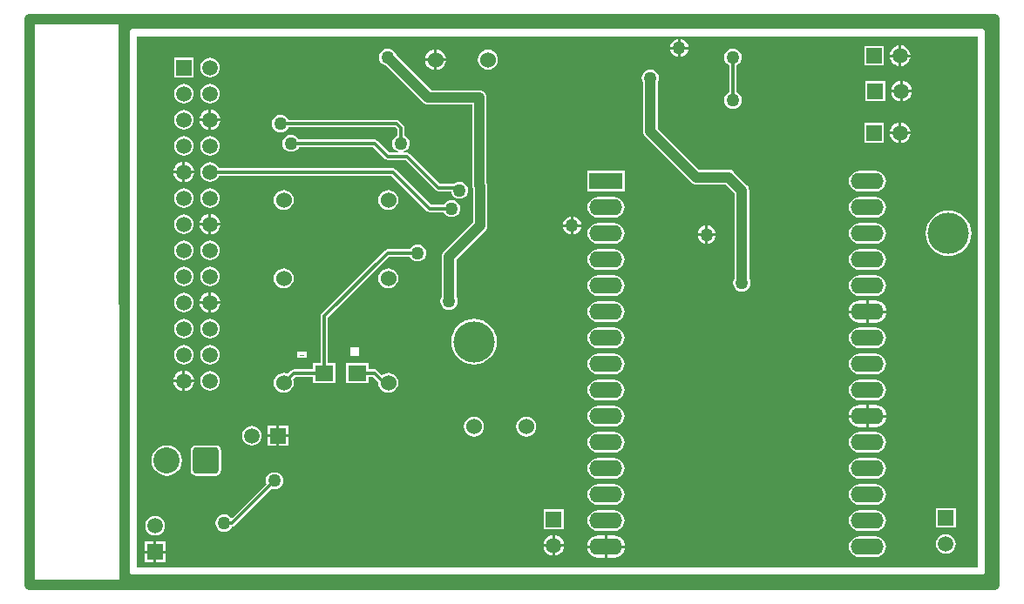
<source format=gbl>
%FSLAX25Y25*%
%MOIN*%
G70*
G01*
G75*
G04 Layer_Physical_Order=2*
G04 Layer_Color=16711680*
%ADD10O,0.05906X0.01772*%
%ADD11O,0.08661X0.02362*%
%ADD12R,0.07874X0.05118*%
%ADD13R,0.07874X0.07874*%
%ADD14R,0.06000X0.07000*%
%ADD15R,0.07087X0.06299*%
%ADD16R,0.06299X0.07087*%
%ADD17R,0.07000X0.06000*%
%ADD18C,0.03937*%
%ADD19C,0.01181*%
%ADD20C,0.00394*%
%ADD21C,0.01000*%
%ADD22C,0.06000*%
G04:AMPARAMS|DCode=23|XSize=100mil|YSize=100mil|CornerRadius=12.5mil|HoleSize=0mil|Usage=FLASHONLY|Rotation=90.000|XOffset=0mil|YOffset=0mil|HoleType=Round|Shape=RoundedRectangle|*
%AMROUNDEDRECTD23*
21,1,0.10000,0.07500,0,0,90.0*
21,1,0.07500,0.10000,0,0,90.0*
1,1,0.02500,0.03750,0.03750*
1,1,0.02500,0.03750,-0.03750*
1,1,0.02500,-0.03750,-0.03750*
1,1,0.02500,-0.03750,0.03750*
%
%ADD23ROUNDEDRECTD23*%
%ADD24C,0.10000*%
%ADD25C,0.05906*%
%ADD26R,0.05906X0.05906*%
%ADD27O,0.12598X0.06299*%
%ADD28R,0.12598X0.06299*%
%ADD29C,0.15748*%
%ADD30R,0.05906X0.05906*%
%ADD31C,0.05000*%
G36*
X534000Y300500D02*
X534038Y300462D01*
X533847Y300000D01*
X200000D01*
X199500Y516500D01*
X200000Y517000D01*
X534000D01*
Y300500D01*
D02*
G37*
%LPC*%
G36*
X529528Y512822D02*
X205118D01*
X204580Y512715D01*
X204125Y512411D01*
X203820Y511955D01*
X203713Y511417D01*
Y305118D01*
X203820Y304580D01*
X204125Y304125D01*
X204580Y303820D01*
X205118Y303713D01*
X529528D01*
X530065Y303820D01*
X530521Y304125D01*
X530826Y304580D01*
X530933Y305118D01*
X530933Y305118D01*
X530933Y305118D01*
Y305118D01*
Y511417D01*
X530826Y511955D01*
X530521Y512411D01*
X530065Y512715D01*
X529528Y512822D01*
D02*
G37*
%LPD*%
G36*
X528123Y306523D02*
X206523D01*
Y510012D01*
X528123D01*
Y306523D01*
D02*
G37*
%LPC*%
G36*
X225000Y381921D02*
Y378500D01*
X228421D01*
X228351Y379032D01*
X227953Y379993D01*
X227319Y380819D01*
X226493Y381453D01*
X225532Y381851D01*
X225000Y381921D01*
D02*
G37*
G36*
X389150Y388471D02*
X382850D01*
X381823Y388336D01*
X380865Y387939D01*
X380043Y387308D01*
X379411Y386486D01*
X379015Y385528D01*
X378879Y384500D01*
X379015Y383472D01*
X379411Y382515D01*
X380043Y381692D01*
X380865Y381061D01*
X381823Y380664D01*
X382850Y380529D01*
X389150D01*
X390177Y380664D01*
X391135Y381061D01*
X391957Y381692D01*
X392589Y382515D01*
X392985Y383472D01*
X393121Y384500D01*
X392985Y385528D01*
X392589Y386486D01*
X391957Y387308D01*
X391135Y387939D01*
X390177Y388336D01*
X389150Y388471D01*
D02*
G37*
G36*
X234500Y381772D02*
X233524Y381644D01*
X232614Y381267D01*
X231833Y380667D01*
X231233Y379886D01*
X230856Y378976D01*
X230728Y378000D01*
X230856Y377024D01*
X231233Y376114D01*
X231833Y375332D01*
X232614Y374733D01*
X233524Y374356D01*
X234500Y374228D01*
X235476Y374356D01*
X236386Y374733D01*
X237168Y375332D01*
X237767Y376114D01*
X238144Y377024D01*
X238272Y378000D01*
X238144Y378976D01*
X237767Y379886D01*
X237168Y380667D01*
X236386Y381267D01*
X235476Y381644D01*
X234500Y381772D01*
D02*
G37*
G36*
X224000Y381921D02*
X223468Y381851D01*
X222507Y381453D01*
X221681Y380819D01*
X221047Y379993D01*
X220649Y379032D01*
X220579Y378500D01*
X224000D01*
Y381921D01*
D02*
G37*
G36*
X489150Y388471D02*
X482850D01*
X481823Y388336D01*
X480865Y387939D01*
X480043Y387308D01*
X479411Y386486D01*
X479015Y385528D01*
X478879Y384500D01*
X479015Y383472D01*
X479411Y382515D01*
X480043Y381692D01*
X480865Y381061D01*
X481823Y380664D01*
X482850Y380529D01*
X489150D01*
X490177Y380664D01*
X491135Y381061D01*
X491958Y381692D01*
X492589Y382515D01*
X492985Y383472D01*
X493121Y384500D01*
X492985Y385528D01*
X492589Y386486D01*
X491958Y387308D01*
X491135Y387939D01*
X490177Y388336D01*
X489150Y388471D01*
D02*
G37*
G36*
X335500Y401703D02*
X333802Y401536D01*
X332169Y401041D01*
X330665Y400237D01*
X329346Y399154D01*
X328263Y397835D01*
X327459Y396331D01*
X326964Y394698D01*
X326797Y393000D01*
X326964Y391302D01*
X327459Y389669D01*
X328263Y388165D01*
X329346Y386846D01*
X330665Y385764D01*
X332169Y384959D01*
X333802Y384464D01*
X335500Y384297D01*
X337198Y384464D01*
X338831Y384959D01*
X340335Y385764D01*
X341654Y386846D01*
X342737Y388165D01*
X343541Y389669D01*
X344036Y391302D01*
X344203Y393000D01*
X344036Y394698D01*
X343541Y396331D01*
X342737Y397835D01*
X341654Y399154D01*
X340335Y400237D01*
X338831Y401041D01*
X337198Y401536D01*
X335500Y401703D01*
D02*
G37*
G36*
X271493Y389165D02*
X267819D01*
Y386803D01*
X271493D01*
Y389165D01*
D02*
G37*
G36*
X224500Y391772D02*
X223524Y391644D01*
X222614Y391267D01*
X221832Y390668D01*
X221233Y389886D01*
X220856Y388976D01*
X220728Y388000D01*
X220856Y387024D01*
X221233Y386114D01*
X221832Y385332D01*
X222614Y384733D01*
X223524Y384356D01*
X224500Y384228D01*
X225476Y384356D01*
X226386Y384733D01*
X227168Y385332D01*
X227767Y386114D01*
X228144Y387024D01*
X228272Y388000D01*
X228144Y388976D01*
X227767Y389886D01*
X227168Y390668D01*
X226386Y391267D01*
X225476Y391644D01*
X224500Y391772D01*
D02*
G37*
G36*
X234500D02*
X233524Y391644D01*
X232614Y391267D01*
X231833Y390668D01*
X231233Y389886D01*
X230856Y388976D01*
X230728Y388000D01*
X230856Y387024D01*
X231233Y386114D01*
X231833Y385332D01*
X232614Y384733D01*
X233524Y384356D01*
X234500Y384228D01*
X235476Y384356D01*
X236386Y384733D01*
X237168Y385332D01*
X237767Y386114D01*
X238144Y387024D01*
X238272Y388000D01*
X238144Y388976D01*
X237767Y389886D01*
X237168Y390668D01*
X236386Y391267D01*
X235476Y391644D01*
X234500Y391772D01*
D02*
G37*
G36*
X485500Y368685D02*
X482850D01*
X481767Y368543D01*
X480758Y368125D01*
X479891Y367460D01*
X479226Y366593D01*
X478808Y365583D01*
X478731Y365000D01*
X485500D01*
Y368685D01*
D02*
G37*
G36*
X489150D02*
X486500D01*
Y365000D01*
X493269D01*
X493192Y365583D01*
X492774Y366593D01*
X492109Y367460D01*
X491242Y368125D01*
X490233Y368543D01*
X489150Y368685D01*
D02*
G37*
G36*
X493269Y364000D02*
X486500D01*
Y360315D01*
X489150D01*
X490233Y360457D01*
X491242Y360875D01*
X492109Y361541D01*
X492774Y362407D01*
X493192Y363417D01*
X493269Y364000D01*
D02*
G37*
G36*
X389150Y368471D02*
X382850D01*
X381823Y368336D01*
X380865Y367939D01*
X380043Y367308D01*
X379411Y366486D01*
X379015Y365528D01*
X378879Y364500D01*
X379015Y363472D01*
X379411Y362514D01*
X380043Y361692D01*
X380865Y361061D01*
X381823Y360664D01*
X382850Y360529D01*
X389150D01*
X390177Y360664D01*
X391135Y361061D01*
X391957Y361692D01*
X392589Y362514D01*
X392985Y363472D01*
X393121Y364500D01*
X392985Y365528D01*
X392589Y366486D01*
X391957Y367308D01*
X391135Y367939D01*
X390177Y368336D01*
X389150Y368471D01*
D02*
G37*
G36*
Y378471D02*
X382850D01*
X381823Y378336D01*
X380865Y377939D01*
X380043Y377308D01*
X379411Y376485D01*
X379015Y375528D01*
X378879Y374500D01*
X379015Y373472D01*
X379411Y372515D01*
X380043Y371692D01*
X380865Y371061D01*
X381823Y370664D01*
X382850Y370529D01*
X389150D01*
X390177Y370664D01*
X391135Y371061D01*
X391957Y371692D01*
X392589Y372515D01*
X392985Y373472D01*
X393121Y374500D01*
X392985Y375528D01*
X392589Y376485D01*
X391957Y377308D01*
X391135Y377939D01*
X390177Y378336D01*
X389150Y378471D01*
D02*
G37*
G36*
X224000Y377500D02*
X220579D01*
X220649Y376968D01*
X221047Y376007D01*
X221681Y375181D01*
X222507Y374547D01*
X223468Y374149D01*
X224000Y374079D01*
Y377500D01*
D02*
G37*
G36*
X228421D02*
X225000D01*
Y374079D01*
X225532Y374149D01*
X226493Y374547D01*
X227319Y375181D01*
X227953Y376007D01*
X228351Y376968D01*
X228421Y377500D01*
D02*
G37*
G36*
X489150Y378471D02*
X482850D01*
X481823Y378336D01*
X480865Y377939D01*
X480043Y377308D01*
X479411Y376485D01*
X479015Y375528D01*
X478879Y374500D01*
X479015Y373472D01*
X479411Y372515D01*
X480043Y371692D01*
X480865Y371061D01*
X481823Y370664D01*
X482850Y370529D01*
X489150D01*
X490177Y370664D01*
X491135Y371061D01*
X491958Y371692D01*
X492589Y372515D01*
X492985Y373472D01*
X493121Y374500D01*
X492985Y375528D01*
X492589Y376485D01*
X491958Y377308D01*
X491135Y377939D01*
X490177Y378336D01*
X489150Y378471D01*
D02*
G37*
G36*
X295087Y384787D02*
X286513D01*
Y377213D01*
X295087D01*
Y379595D01*
X296918D01*
X298931Y377582D01*
X298892Y377291D01*
X299023Y376303D01*
X299404Y375381D01*
X300011Y374590D01*
X300803Y373983D01*
X301724Y373601D01*
X302713Y373471D01*
X303701Y373601D01*
X304623Y373983D01*
X305414Y374590D01*
X306021Y375381D01*
X306402Y376303D01*
X306533Y377291D01*
X306402Y378280D01*
X306021Y379201D01*
X305414Y379993D01*
X304623Y380600D01*
X303701Y380981D01*
X302713Y381111D01*
X301724Y380981D01*
X300803Y380600D01*
X300285Y380202D01*
X298493Y381993D01*
X298038Y382298D01*
X297500Y382405D01*
X295087D01*
Y384787D01*
D02*
G37*
G36*
X485500Y408685D02*
X482850D01*
X481767Y408543D01*
X480758Y408125D01*
X479891Y407459D01*
X479226Y406593D01*
X478808Y405583D01*
X478731Y405000D01*
X485500D01*
Y408685D01*
D02*
G37*
G36*
X489150D02*
X486500D01*
Y405000D01*
X493269D01*
X493192Y405583D01*
X492774Y406593D01*
X492109Y407459D01*
X491242Y408125D01*
X490233Y408543D01*
X489150Y408685D01*
D02*
G37*
G36*
X238421Y407500D02*
X235000D01*
Y404079D01*
X235532Y404149D01*
X236493Y404547D01*
X237319Y405181D01*
X237953Y406007D01*
X238351Y406968D01*
X238421Y407500D01*
D02*
G37*
G36*
X224500Y411772D02*
X223524Y411644D01*
X222614Y411267D01*
X221832Y410668D01*
X221233Y409886D01*
X220856Y408976D01*
X220728Y408000D01*
X220856Y407024D01*
X221233Y406114D01*
X221832Y405333D01*
X222614Y404733D01*
X223524Y404356D01*
X224500Y404228D01*
X225476Y404356D01*
X226386Y404733D01*
X227168Y405333D01*
X227767Y406114D01*
X228144Y407024D01*
X228272Y408000D01*
X228144Y408976D01*
X227767Y409886D01*
X227168Y410668D01*
X226386Y411267D01*
X225476Y411644D01*
X224500Y411772D01*
D02*
G37*
G36*
X302500Y505316D02*
X301642Y505203D01*
X300842Y504872D01*
X300155Y504345D01*
X299628Y503658D01*
X299297Y502858D01*
X299184Y502000D01*
X299297Y501142D01*
X299628Y500342D01*
X300155Y499655D01*
X300842Y499128D01*
X301642Y498797D01*
X301791Y498777D01*
X316035Y484535D01*
X316035Y484535D01*
X316035D01*
X316035Y484535D01*
X316035D01*
X316035Y484535D01*
Y484535D01*
Y484535D01*
D01*
D01*
X316035D01*
Y484535D01*
X316610Y484093D01*
X317281Y483815D01*
X318000Y483720D01*
X334720D01*
Y452984D01*
X334815Y452265D01*
X335093Y451594D01*
X335098Y451587D01*
Y438529D01*
X324035Y427465D01*
X323593Y426890D01*
X323315Y426219D01*
X323220Y425500D01*
Y410278D01*
X323129Y410158D01*
X322797Y409358D01*
X322684Y408500D01*
X322797Y407642D01*
X323129Y406842D01*
X323655Y406155D01*
X324342Y405628D01*
X325142Y405297D01*
X326000Y405184D01*
X326858Y405297D01*
X327658Y405628D01*
X328345Y406155D01*
X328871Y406842D01*
X329203Y407642D01*
X329316Y408500D01*
X329203Y409358D01*
X328871Y410158D01*
X328780Y410278D01*
Y424349D01*
X339844Y435412D01*
X340285Y435988D01*
X340563Y436658D01*
X340658Y437378D01*
X340658Y437378D01*
X340658Y437378D01*
Y437378D01*
Y452606D01*
X340563Y453326D01*
X340285Y453996D01*
X340280Y454003D01*
Y486500D01*
X340185Y487219D01*
X339907Y487890D01*
X339465Y488465D01*
X338890Y488907D01*
X338219Y489185D01*
X337500Y489280D01*
X319151D01*
X305722Y502709D01*
X305703Y502858D01*
X305371Y503658D01*
X304845Y504345D01*
X304158Y504872D01*
X303358Y505203D01*
X302500Y505316D01*
D02*
G37*
G36*
X389150Y418471D02*
X382850D01*
X381823Y418336D01*
X380865Y417939D01*
X380043Y417308D01*
X379411Y416486D01*
X379015Y415528D01*
X378879Y414500D01*
X379015Y413472D01*
X379411Y412514D01*
X380043Y411692D01*
X380865Y411061D01*
X381823Y410664D01*
X382850Y410529D01*
X389150D01*
X390177Y410664D01*
X391135Y411061D01*
X391957Y411692D01*
X392589Y412514D01*
X392985Y413472D01*
X393121Y414500D01*
X392985Y415528D01*
X392589Y416486D01*
X391957Y417308D01*
X391135Y417939D01*
X390177Y418336D01*
X389150Y418471D01*
D02*
G37*
G36*
X489150D02*
X482850D01*
X481823Y418336D01*
X480865Y417939D01*
X480043Y417308D01*
X479411Y416486D01*
X479015Y415528D01*
X478879Y414500D01*
X479015Y413472D01*
X479411Y412514D01*
X480043Y411692D01*
X480865Y411061D01*
X481823Y410664D01*
X482850Y410529D01*
X489150D01*
X490177Y410664D01*
X491135Y411061D01*
X491958Y411692D01*
X492589Y412514D01*
X492985Y413472D01*
X493121Y414500D01*
X492985Y415528D01*
X492589Y416486D01*
X491958Y417308D01*
X491135Y417939D01*
X490177Y418336D01*
X489150Y418471D01*
D02*
G37*
G36*
X234000Y411921D02*
X233468Y411851D01*
X232507Y411453D01*
X231681Y410819D01*
X231047Y409993D01*
X230649Y409032D01*
X230579Y408500D01*
X234000D01*
Y411921D01*
D02*
G37*
G36*
X235000D02*
Y408500D01*
X238421D01*
X238351Y409032D01*
X237953Y409993D01*
X237319Y410819D01*
X236493Y411453D01*
X235532Y411851D01*
X235000Y411921D01*
D02*
G37*
G36*
X489150Y398471D02*
X482850D01*
X481823Y398336D01*
X480865Y397939D01*
X480043Y397308D01*
X479411Y396485D01*
X479015Y395528D01*
X478879Y394500D01*
X479015Y393472D01*
X479411Y392514D01*
X480043Y391692D01*
X480865Y391061D01*
X481823Y390664D01*
X482850Y390529D01*
X489150D01*
X490177Y390664D01*
X491135Y391061D01*
X491958Y391692D01*
X492589Y392514D01*
X492985Y393472D01*
X493121Y394500D01*
X492985Y395528D01*
X492589Y396485D01*
X491958Y397308D01*
X491135Y397939D01*
X490177Y398336D01*
X489150Y398471D01*
D02*
G37*
G36*
X224500Y401772D02*
X223524Y401644D01*
X222614Y401267D01*
X221832Y400667D01*
X221233Y399886D01*
X220856Y398976D01*
X220728Y398000D01*
X220856Y397024D01*
X221233Y396114D01*
X221832Y395333D01*
X222614Y394733D01*
X223524Y394356D01*
X224500Y394228D01*
X225476Y394356D01*
X226386Y394733D01*
X227168Y395333D01*
X227767Y396114D01*
X228144Y397024D01*
X228272Y398000D01*
X228144Y398976D01*
X227767Y399886D01*
X227168Y400667D01*
X226386Y401267D01*
X225476Y401644D01*
X224500Y401772D01*
D02*
G37*
G36*
X291617Y390823D02*
X288213D01*
Y387416D01*
X291617D01*
Y390823D01*
D02*
G37*
G36*
X389150Y398471D02*
X382850D01*
X381823Y398336D01*
X380865Y397939D01*
X380043Y397308D01*
X379411Y396485D01*
X379015Y395528D01*
X378879Y394500D01*
X379015Y393472D01*
X379411Y392514D01*
X380043Y391692D01*
X380865Y391061D01*
X381823Y390664D01*
X382850Y390529D01*
X389150D01*
X390177Y390664D01*
X391135Y391061D01*
X391957Y391692D01*
X392589Y392514D01*
X392985Y393472D01*
X393121Y394500D01*
X392985Y395528D01*
X392589Y396485D01*
X391957Y397308D01*
X391135Y397939D01*
X390177Y398336D01*
X389150Y398471D01*
D02*
G37*
G36*
X234500Y401772D02*
X233524Y401644D01*
X232614Y401267D01*
X231833Y400667D01*
X231233Y399886D01*
X230856Y398976D01*
X230728Y398000D01*
X230856Y397024D01*
X231233Y396114D01*
X231833Y395333D01*
X232614Y394733D01*
X233524Y394356D01*
X234500Y394228D01*
X235476Y394356D01*
X236386Y394733D01*
X237168Y395333D01*
X237767Y396114D01*
X238144Y397024D01*
X238272Y398000D01*
X238144Y398976D01*
X237767Y399886D01*
X237168Y400667D01*
X236386Y401267D01*
X235476Y401644D01*
X234500Y401772D01*
D02*
G37*
G36*
X389150Y408471D02*
X382850D01*
X381823Y408336D01*
X380865Y407939D01*
X380043Y407308D01*
X379411Y406486D01*
X379015Y405528D01*
X378879Y404500D01*
X379015Y403472D01*
X379411Y402515D01*
X380043Y401692D01*
X380865Y401061D01*
X381823Y400664D01*
X382850Y400529D01*
X389150D01*
X390177Y400664D01*
X391135Y401061D01*
X391957Y401692D01*
X392589Y402515D01*
X392985Y403472D01*
X393121Y404500D01*
X392985Y405528D01*
X392589Y406486D01*
X391957Y407308D01*
X391135Y407939D01*
X390177Y408336D01*
X389150Y408471D01*
D02*
G37*
G36*
X234000Y407500D02*
X230579D01*
X230649Y406968D01*
X231047Y406007D01*
X231681Y405181D01*
X232507Y404547D01*
X233468Y404149D01*
X234000Y404079D01*
Y407500D01*
D02*
G37*
G36*
X485500Y404000D02*
X478731D01*
X478808Y403417D01*
X479226Y402407D01*
X479891Y401541D01*
X480758Y400875D01*
X481767Y400457D01*
X482850Y400315D01*
X485500D01*
Y404000D01*
D02*
G37*
G36*
X493269D02*
X486500D01*
Y400315D01*
X489150D01*
X490233Y400457D01*
X491242Y400875D01*
X492109Y401541D01*
X492774Y402407D01*
X493192Y403417D01*
X493269Y404000D01*
D02*
G37*
G36*
X389150Y318685D02*
X386500D01*
Y315000D01*
X393269D01*
X393192Y315583D01*
X392774Y316593D01*
X392109Y317460D01*
X391242Y318125D01*
X390233Y318543D01*
X389150Y318685D01*
D02*
G37*
G36*
X365500Y318921D02*
X364968Y318851D01*
X364007Y318453D01*
X363181Y317819D01*
X362547Y316993D01*
X362149Y316032D01*
X362079Y315500D01*
X365500D01*
Y318921D01*
D02*
G37*
G36*
X217453Y316453D02*
X214000D01*
Y313000D01*
X217453D01*
Y316453D01*
D02*
G37*
G36*
X385500Y318685D02*
X382850D01*
X381767Y318543D01*
X380758Y318125D01*
X379891Y317460D01*
X379226Y316593D01*
X378808Y315583D01*
X378731Y315000D01*
X385500D01*
Y318685D01*
D02*
G37*
G36*
X366500Y318921D02*
Y315500D01*
X369921D01*
X369851Y316032D01*
X369453Y316993D01*
X368819Y317819D01*
X367993Y318453D01*
X367032Y318851D01*
X366500Y318921D01*
D02*
G37*
G36*
X489150Y328471D02*
X482850D01*
X481823Y328336D01*
X480865Y327939D01*
X480043Y327308D01*
X479411Y326485D01*
X479015Y325528D01*
X478879Y324500D01*
X479015Y323472D01*
X479411Y322515D01*
X480043Y321692D01*
X480865Y321061D01*
X481823Y320664D01*
X482850Y320529D01*
X489150D01*
X490177Y320664D01*
X491135Y321061D01*
X491958Y321692D01*
X492589Y322515D01*
X492985Y323472D01*
X493121Y324500D01*
X492985Y325528D01*
X492589Y326485D01*
X491958Y327308D01*
X491135Y327939D01*
X490177Y328336D01*
X489150Y328471D01*
D02*
G37*
G36*
X369740Y328740D02*
X362260D01*
Y321260D01*
X369740D01*
Y328740D01*
D02*
G37*
G36*
X213500Y326272D02*
X212524Y326144D01*
X211614Y325767D01*
X210833Y325167D01*
X210233Y324386D01*
X209856Y323476D01*
X209728Y322500D01*
X209856Y321524D01*
X210233Y320614D01*
X210833Y319832D01*
X211614Y319233D01*
X212524Y318856D01*
X213500Y318728D01*
X214476Y318856D01*
X215386Y319233D01*
X216167Y319832D01*
X216767Y320614D01*
X217144Y321524D01*
X217272Y322500D01*
X217144Y323476D01*
X216767Y324386D01*
X216167Y325167D01*
X215386Y325767D01*
X214476Y326144D01*
X213500Y326272D01*
D02*
G37*
G36*
X389150Y328471D02*
X382850D01*
X381823Y328336D01*
X380865Y327939D01*
X380043Y327308D01*
X379411Y326485D01*
X379015Y325528D01*
X378879Y324500D01*
X379015Y323472D01*
X379411Y322515D01*
X380043Y321692D01*
X380865Y321061D01*
X381823Y320664D01*
X382850Y320529D01*
X389150D01*
X390177Y320664D01*
X391135Y321061D01*
X391957Y321692D01*
X392589Y322515D01*
X392985Y323472D01*
X393121Y324500D01*
X392985Y325528D01*
X392589Y326485D01*
X391957Y327308D01*
X391135Y327939D01*
X390177Y328336D01*
X389150Y328471D01*
D02*
G37*
G36*
X385500Y314000D02*
X378731D01*
X378808Y313417D01*
X379226Y312407D01*
X379891Y311541D01*
X380758Y310875D01*
X381767Y310457D01*
X382850Y310315D01*
X385500D01*
Y314000D01*
D02*
G37*
G36*
X393269D02*
X386500D01*
Y310315D01*
X389150D01*
X390233Y310457D01*
X391242Y310875D01*
X392109Y311541D01*
X392774Y312407D01*
X393192Y313417D01*
X393269Y314000D01*
D02*
G37*
G36*
X213000Y312000D02*
X209547D01*
Y308547D01*
X213000D01*
Y312000D01*
D02*
G37*
G36*
X217453D02*
X214000D01*
Y308547D01*
X217453D01*
Y312000D01*
D02*
G37*
G36*
X489150Y318471D02*
X482850D01*
X481823Y318336D01*
X480865Y317939D01*
X480043Y317308D01*
X479411Y316486D01*
X479015Y315528D01*
X478879Y314500D01*
X479015Y313472D01*
X479411Y312514D01*
X480043Y311692D01*
X480865Y311061D01*
X481823Y310664D01*
X482850Y310529D01*
X489150D01*
X490177Y310664D01*
X491135Y311061D01*
X491958Y311692D01*
X492589Y312514D01*
X492985Y313472D01*
X493121Y314500D01*
X492985Y315528D01*
X492589Y316486D01*
X491958Y317308D01*
X491135Y317939D01*
X490177Y318336D01*
X489150Y318471D01*
D02*
G37*
G36*
X516000Y319272D02*
X515024Y319144D01*
X514114Y318767D01*
X513333Y318167D01*
X512733Y317386D01*
X512356Y316476D01*
X512228Y315500D01*
X512356Y314524D01*
X512733Y313614D01*
X513333Y312832D01*
X514114Y312233D01*
X515024Y311856D01*
X516000Y311728D01*
X516976Y311856D01*
X517886Y312233D01*
X518668Y312832D01*
X519267Y313614D01*
X519644Y314524D01*
X519772Y315500D01*
X519644Y316476D01*
X519267Y317386D01*
X518668Y318167D01*
X517886Y318767D01*
X516976Y319144D01*
X516000Y319272D01*
D02*
G37*
G36*
X213000Y316453D02*
X209547D01*
Y313000D01*
X213000D01*
Y316453D01*
D02*
G37*
G36*
X365500Y314500D02*
X362079D01*
X362149Y313968D01*
X362547Y313007D01*
X363181Y312181D01*
X364007Y311547D01*
X364968Y311149D01*
X365500Y311079D01*
Y314500D01*
D02*
G37*
G36*
X369921D02*
X366500D01*
Y311079D01*
X367032Y311149D01*
X367993Y311547D01*
X368819Y312181D01*
X369453Y313007D01*
X369851Y313968D01*
X369921Y314500D01*
D02*
G37*
G36*
X264453Y356500D02*
X261000D01*
Y353047D01*
X264453D01*
Y356500D01*
D02*
G37*
G36*
X250500Y360772D02*
X249524Y360644D01*
X248614Y360267D01*
X247832Y359667D01*
X247233Y358886D01*
X246856Y357976D01*
X246728Y357000D01*
X246856Y356024D01*
X247233Y355114D01*
X247832Y354332D01*
X248614Y353733D01*
X249524Y353356D01*
X250500Y353228D01*
X251476Y353356D01*
X252386Y353733D01*
X253168Y354332D01*
X253767Y355114D01*
X254144Y356024D01*
X254272Y357000D01*
X254144Y357976D01*
X253767Y358886D01*
X253168Y359667D01*
X252386Y360267D01*
X251476Y360644D01*
X250500Y360772D01*
D02*
G37*
G36*
X489150Y358471D02*
X482850D01*
X481823Y358336D01*
X480865Y357939D01*
X480043Y357308D01*
X479411Y356486D01*
X479015Y355528D01*
X478879Y354500D01*
X479015Y353472D01*
X479411Y352515D01*
X480043Y351692D01*
X480865Y351061D01*
X481823Y350664D01*
X482850Y350529D01*
X489150D01*
X490177Y350664D01*
X491135Y351061D01*
X491958Y351692D01*
X492589Y352515D01*
X492985Y353472D01*
X493121Y354500D01*
X492985Y355528D01*
X492589Y356486D01*
X491958Y357308D01*
X491135Y357939D01*
X490177Y358336D01*
X489150Y358471D01*
D02*
G37*
G36*
X260000Y356500D02*
X256547D01*
Y353047D01*
X260000D01*
Y356500D01*
D02*
G37*
G36*
X335500Y364320D02*
X334511Y364190D01*
X333590Y363808D01*
X332799Y363201D01*
X332192Y362410D01*
X331810Y361489D01*
X331680Y360500D01*
X331810Y359511D01*
X332192Y358590D01*
X332799Y357799D01*
X333590Y357192D01*
X334511Y356810D01*
X335500Y356680D01*
X336489Y356810D01*
X337410Y357192D01*
X338201Y357799D01*
X338808Y358590D01*
X339190Y359511D01*
X339320Y360500D01*
X339190Y361489D01*
X338808Y362410D01*
X338201Y363201D01*
X337410Y363808D01*
X336489Y364190D01*
X335500Y364320D01*
D02*
G37*
G36*
X264453Y360953D02*
X261000D01*
Y357500D01*
X264453D01*
Y360953D01*
D02*
G37*
G36*
X485500Y364000D02*
X478731D01*
X478808Y363417D01*
X479226Y362407D01*
X479891Y361541D01*
X480758Y360875D01*
X481767Y360457D01*
X482850Y360315D01*
X485500D01*
Y364000D01*
D02*
G37*
G36*
X355500Y364320D02*
X354511Y364190D01*
X353590Y363808D01*
X352799Y363201D01*
X352192Y362410D01*
X351810Y361489D01*
X351680Y360500D01*
X351810Y359511D01*
X352192Y358590D01*
X352799Y357799D01*
X353590Y357192D01*
X354511Y356810D01*
X355500Y356680D01*
X356489Y356810D01*
X357410Y357192D01*
X358201Y357799D01*
X358808Y358590D01*
X359190Y359511D01*
X359320Y360500D01*
X359190Y361489D01*
X358808Y362410D01*
X358201Y363201D01*
X357410Y363808D01*
X356489Y364190D01*
X355500Y364320D01*
D02*
G37*
G36*
X260000Y360953D02*
X256547D01*
Y357500D01*
X260000D01*
Y360953D01*
D02*
G37*
G36*
X489150Y338471D02*
X482850D01*
X481823Y338336D01*
X480865Y337939D01*
X480043Y337308D01*
X479411Y336486D01*
X479015Y335528D01*
X478879Y334500D01*
X479015Y333472D01*
X479411Y332515D01*
X480043Y331692D01*
X480865Y331061D01*
X481823Y330664D01*
X482850Y330529D01*
X489150D01*
X490177Y330664D01*
X491135Y331061D01*
X491958Y331692D01*
X492589Y332515D01*
X492985Y333472D01*
X493121Y334500D01*
X492985Y335528D01*
X492589Y336486D01*
X491958Y337308D01*
X491135Y337939D01*
X490177Y338336D01*
X489150Y338471D01*
D02*
G37*
G36*
X259191Y343016D02*
X258333Y342903D01*
X257533Y342571D01*
X257013Y342172D01*
X256837Y342055D01*
X256719Y341878D01*
X256320Y341358D01*
X255988Y340558D01*
X255875Y339700D01*
X255988Y338842D01*
X256093Y338589D01*
X243049Y325545D01*
X242550Y325577D01*
X242345Y325845D01*
X241658Y326372D01*
X240858Y326703D01*
X240000Y326816D01*
X239142Y326703D01*
X238342Y326372D01*
X237655Y325845D01*
X237128Y325158D01*
X236797Y324358D01*
X236684Y323500D01*
X236797Y322642D01*
X237128Y321842D01*
X237655Y321155D01*
X238342Y320628D01*
X239142Y320297D01*
X240000Y320184D01*
X240858Y320297D01*
X241658Y320628D01*
X242345Y321155D01*
X242871Y321842D01*
X242976Y322095D01*
X242991D01*
X243529Y322202D01*
X243985Y322507D01*
X258080Y336602D01*
X258333Y336497D01*
X259191Y336384D01*
X260049Y336497D01*
X260849Y336828D01*
X261536Y337355D01*
X262063Y338042D01*
X262394Y338842D01*
X262507Y339700D01*
X262394Y340558D01*
X262063Y341358D01*
X261536Y342045D01*
X260849Y342571D01*
X260049Y342903D01*
X259191Y343016D01*
D02*
G37*
G36*
X519740Y329240D02*
X512260D01*
Y321760D01*
X519740D01*
Y329240D01*
D02*
G37*
G36*
X389150Y338471D02*
X382850D01*
X381823Y338336D01*
X380865Y337939D01*
X380043Y337308D01*
X379411Y336486D01*
X379015Y335528D01*
X378879Y334500D01*
X379015Y333472D01*
X379411Y332515D01*
X380043Y331692D01*
X380865Y331061D01*
X381823Y330664D01*
X382850Y330529D01*
X389150D01*
X390177Y330664D01*
X391135Y331061D01*
X391957Y331692D01*
X392589Y332515D01*
X392985Y333472D01*
X393121Y334500D01*
X392985Y335528D01*
X392589Y336486D01*
X391957Y337308D01*
X391135Y337939D01*
X390177Y338336D01*
X389150Y338471D01*
D02*
G37*
G36*
Y348471D02*
X382850D01*
X381823Y348336D01*
X380865Y347939D01*
X380043Y347308D01*
X379411Y346485D01*
X379015Y345528D01*
X378879Y344500D01*
X379015Y343472D01*
X379411Y342514D01*
X380043Y341692D01*
X380865Y341061D01*
X381823Y340664D01*
X382850Y340529D01*
X389150D01*
X390177Y340664D01*
X391135Y341061D01*
X391957Y341692D01*
X392589Y342514D01*
X392985Y343472D01*
X393121Y344500D01*
X392985Y345528D01*
X392589Y346485D01*
X391957Y347308D01*
X391135Y347939D01*
X390177Y348336D01*
X389150Y348471D01*
D02*
G37*
G36*
X236750Y353327D02*
X229250D01*
X228455Y353169D01*
X227781Y352719D01*
X227331Y352045D01*
X227173Y351250D01*
Y343750D01*
X227331Y342955D01*
X227781Y342281D01*
X228455Y341831D01*
X229250Y341673D01*
X236750D01*
X237545Y341831D01*
X238219Y342281D01*
X238669Y342955D01*
X238827Y343750D01*
Y351250D01*
X238669Y352045D01*
X238219Y352719D01*
X237545Y353169D01*
X236750Y353327D01*
D02*
G37*
G36*
X389150Y358471D02*
X382850D01*
X381823Y358336D01*
X380865Y357939D01*
X380043Y357308D01*
X379411Y356486D01*
X379015Y355528D01*
X378879Y354500D01*
X379015Y353472D01*
X379411Y352515D01*
X380043Y351692D01*
X380865Y351061D01*
X381823Y350664D01*
X382850Y350529D01*
X389150D01*
X390177Y350664D01*
X391135Y351061D01*
X391957Y351692D01*
X392589Y352515D01*
X392985Y353472D01*
X393121Y354500D01*
X392985Y355528D01*
X392589Y356486D01*
X391957Y357308D01*
X391135Y357939D01*
X390177Y358336D01*
X389150Y358471D01*
D02*
G37*
G36*
X489150Y348471D02*
X482850D01*
X481823Y348336D01*
X480865Y347939D01*
X480043Y347308D01*
X479411Y346485D01*
X479015Y345528D01*
X478879Y344500D01*
X479015Y343472D01*
X479411Y342514D01*
X480043Y341692D01*
X480865Y341061D01*
X481823Y340664D01*
X482850Y340529D01*
X489150D01*
X490177Y340664D01*
X491135Y341061D01*
X491958Y341692D01*
X492589Y342514D01*
X492985Y343472D01*
X493121Y344500D01*
X492985Y345528D01*
X492589Y346485D01*
X491958Y347308D01*
X491135Y347939D01*
X490177Y348336D01*
X489150Y348471D01*
D02*
G37*
G36*
X218000Y353337D02*
X216489Y353138D01*
X215081Y352555D01*
X213872Y351628D01*
X212945Y350419D01*
X212362Y349011D01*
X212163Y347500D01*
X212362Y345989D01*
X212945Y344581D01*
X213872Y343372D01*
X215081Y342445D01*
X216489Y341862D01*
X218000Y341663D01*
X219511Y341862D01*
X220919Y342445D01*
X222128Y343372D01*
X223055Y344581D01*
X223638Y345989D01*
X223837Y347500D01*
X223638Y349011D01*
X223055Y350419D01*
X222128Y351628D01*
X220919Y352555D01*
X219511Y353138D01*
X218000Y353337D01*
D02*
G37*
G36*
X403000Y497316D02*
X402142Y497203D01*
X401342Y496872D01*
X400655Y496345D01*
X400129Y495658D01*
X399797Y494858D01*
X399684Y494000D01*
X399797Y493142D01*
X400129Y492342D01*
X400220Y492222D01*
Y473500D01*
X400220Y473500D01*
X400220D01*
X400315Y472781D01*
X400593Y472110D01*
X401034Y471534D01*
X418535Y454035D01*
X419110Y453593D01*
X419781Y453315D01*
X420500Y453220D01*
X431849D01*
X435220Y449849D01*
Y417278D01*
X435128Y417158D01*
X434797Y416358D01*
X434684Y415500D01*
X434797Y414642D01*
X435128Y413842D01*
X435655Y413155D01*
X436342Y412629D01*
X437142Y412297D01*
X438000Y412184D01*
X438858Y412297D01*
X439658Y412629D01*
X440345Y413155D01*
X440871Y413842D01*
X441203Y414642D01*
X441316Y415500D01*
X441203Y416358D01*
X440871Y417158D01*
X440780Y417278D01*
Y451000D01*
X440685Y451719D01*
X440407Y452390D01*
X439965Y452965D01*
X434966Y457966D01*
X434390Y458407D01*
X433719Y458685D01*
X433000Y458780D01*
X421651D01*
X405780Y474651D01*
Y492222D01*
X405871Y492342D01*
X406203Y493142D01*
X406316Y494000D01*
X406203Y494858D01*
X405871Y495658D01*
X405345Y496345D01*
X404658Y496872D01*
X403858Y497203D01*
X403000Y497316D01*
D02*
G37*
G36*
X234000Y481921D02*
X233468Y481851D01*
X232507Y481453D01*
X231681Y480819D01*
X231047Y479993D01*
X230649Y479032D01*
X230579Y478500D01*
X234000D01*
Y481921D01*
D02*
G37*
G36*
X235000D02*
Y478500D01*
X238421D01*
X238351Y479032D01*
X237953Y479993D01*
X237319Y480819D01*
X236493Y481453D01*
X235532Y481851D01*
X235000Y481921D01*
D02*
G37*
G36*
X238421Y477500D02*
X235000D01*
Y474079D01*
X235532Y474149D01*
X236493Y474547D01*
X237319Y475181D01*
X237953Y476007D01*
X238351Y476968D01*
X238421Y477500D01*
D02*
G37*
G36*
X224500Y481772D02*
X223524Y481644D01*
X222614Y481267D01*
X221832Y480667D01*
X221233Y479886D01*
X220856Y478976D01*
X220728Y478000D01*
X220856Y477024D01*
X221233Y476114D01*
X221832Y475332D01*
X222614Y474733D01*
X223524Y474356D01*
X224500Y474228D01*
X225476Y474356D01*
X226386Y474733D01*
X227168Y475332D01*
X227767Y476114D01*
X228144Y477024D01*
X228272Y478000D01*
X228144Y478976D01*
X227767Y479886D01*
X227168Y480667D01*
X226386Y481267D01*
X225476Y481644D01*
X224500Y481772D01*
D02*
G37*
G36*
X434500Y505265D02*
X433642Y505152D01*
X432842Y504820D01*
X432155Y504293D01*
X431629Y503607D01*
X431297Y502807D01*
X431184Y501949D01*
X431297Y501091D01*
X431629Y500291D01*
X432155Y499604D01*
X432842Y499077D01*
X433095Y498973D01*
Y488476D01*
X432842Y488372D01*
X432155Y487845D01*
X431629Y487158D01*
X431297Y486358D01*
X431184Y485500D01*
X431297Y484642D01*
X431629Y483842D01*
X432155Y483155D01*
X432842Y482628D01*
X433642Y482297D01*
X434500Y482184D01*
X435358Y482297D01*
X436158Y482628D01*
X436845Y483155D01*
X437371Y483842D01*
X437703Y484642D01*
X437816Y485500D01*
X437703Y486358D01*
X437371Y487158D01*
X436845Y487845D01*
X436158Y488372D01*
X435905Y488476D01*
Y498973D01*
X436158Y499077D01*
X436845Y499604D01*
X437371Y500291D01*
X437703Y501091D01*
X437816Y501949D01*
X437703Y502807D01*
X437371Y503607D01*
X436845Y504293D01*
X436158Y504820D01*
X435358Y505152D01*
X434500Y505265D01*
D02*
G37*
G36*
X498500Y488500D02*
X495079D01*
X495149Y487968D01*
X495547Y487007D01*
X496181Y486181D01*
X497007Y485547D01*
X497968Y485149D01*
X498500Y485079D01*
Y488500D01*
D02*
G37*
G36*
X502921D02*
X499500D01*
Y485079D01*
X500032Y485149D01*
X500993Y485547D01*
X501819Y486181D01*
X502453Y487007D01*
X502851Y487968D01*
X502921Y488500D01*
D02*
G37*
G36*
X224500Y491772D02*
X223524Y491644D01*
X222614Y491267D01*
X221832Y490667D01*
X221233Y489886D01*
X220856Y488976D01*
X220728Y488000D01*
X220856Y487024D01*
X221233Y486114D01*
X221832Y485332D01*
X222614Y484733D01*
X223524Y484356D01*
X224500Y484228D01*
X225476Y484356D01*
X226386Y484733D01*
X227168Y485332D01*
X227767Y486114D01*
X228144Y487024D01*
X228272Y488000D01*
X228144Y488976D01*
X227767Y489886D01*
X227168Y490667D01*
X226386Y491267D01*
X225476Y491644D01*
X224500Y491772D01*
D02*
G37*
G36*
X234500D02*
X233524Y491644D01*
X232614Y491267D01*
X231833Y490667D01*
X231233Y489886D01*
X230856Y488976D01*
X230728Y488000D01*
X230856Y487024D01*
X231233Y486114D01*
X231833Y485332D01*
X232614Y484733D01*
X233524Y484356D01*
X234500Y484228D01*
X235476Y484356D01*
X236386Y484733D01*
X237168Y485332D01*
X237767Y486114D01*
X238144Y487024D01*
X238272Y488000D01*
X238144Y488976D01*
X237767Y489886D01*
X237168Y490667D01*
X236386Y491267D01*
X235476Y491644D01*
X234500Y491772D01*
D02*
G37*
G36*
X261500Y479816D02*
X260642Y479703D01*
X259842Y479372D01*
X259155Y478845D01*
X258629Y478158D01*
X258297Y477358D01*
X258184Y476500D01*
X258297Y475642D01*
X258629Y474842D01*
X259155Y474155D01*
X259842Y473629D01*
X260642Y473297D01*
X261500Y473184D01*
X262358Y473297D01*
X263158Y473629D01*
X263845Y474155D01*
X264371Y474842D01*
X264476Y475095D01*
X305418D01*
X306095Y474418D01*
Y471976D01*
X305842Y471872D01*
X305155Y471345D01*
X304628Y470658D01*
X304297Y469858D01*
X304184Y469000D01*
X304297Y468142D01*
X304628Y467342D01*
X305155Y466655D01*
X305842Y466128D01*
X306405Y465895D01*
X306307Y465405D01*
X303082D01*
X298493Y469993D01*
X298038Y470298D01*
X297500Y470405D01*
X268476D01*
X268372Y470658D01*
X267845Y471345D01*
X267158Y471872D01*
X266358Y472203D01*
X265500Y472316D01*
X264642Y472203D01*
X263842Y471872D01*
X263155Y471345D01*
X262629Y470658D01*
X262297Y469858D01*
X262184Y469000D01*
X262297Y468142D01*
X262629Y467342D01*
X263155Y466655D01*
X263842Y466128D01*
X264642Y465797D01*
X265500Y465684D01*
X266358Y465797D01*
X267158Y466128D01*
X267845Y466655D01*
X268372Y467342D01*
X268476Y467595D01*
X296918D01*
X301507Y463006D01*
X301962Y462702D01*
X302500Y462595D01*
X309418D01*
X321006Y451007D01*
X321006Y451007D01*
X321006D01*
X321006Y451007D01*
X321007D01*
X321007Y451007D01*
Y451007D01*
Y451007D01*
D01*
D01*
X321007D01*
Y451007D01*
X321462Y450702D01*
X322000Y450595D01*
X326737D01*
X326797Y450142D01*
X327129Y449342D01*
X327655Y448655D01*
X328342Y448129D01*
X329142Y447797D01*
X330000Y447684D01*
X330858Y447797D01*
X331658Y448129D01*
X332345Y448655D01*
X332872Y449342D01*
X333203Y450142D01*
X333316Y451000D01*
X333203Y451858D01*
X332872Y452658D01*
X332345Y453345D01*
X331658Y453871D01*
X330858Y454203D01*
X330000Y454316D01*
X329142Y454203D01*
X328342Y453871D01*
X327734Y453405D01*
X322582D01*
X310993Y464993D01*
X310538Y465298D01*
X310000Y465405D01*
X308693D01*
X308595Y465895D01*
X309158Y466128D01*
X309845Y466655D01*
X310371Y467342D01*
X310703Y468142D01*
X310816Y469000D01*
X310703Y469858D01*
X310371Y470658D01*
X309845Y471345D01*
X309158Y471872D01*
X308905Y471976D01*
Y475000D01*
X308798Y475538D01*
X308493Y475993D01*
X306993Y477493D01*
X306538Y477798D01*
X306000Y477905D01*
X264476D01*
X264371Y478158D01*
X263845Y478845D01*
X263158Y479372D01*
X262358Y479703D01*
X261500Y479816D01*
D02*
G37*
G36*
X498000Y472500D02*
X494579D01*
X494649Y471968D01*
X495047Y471007D01*
X495681Y470181D01*
X496507Y469547D01*
X497468Y469149D01*
X498000Y469079D01*
Y472500D01*
D02*
G37*
G36*
X224500Y471772D02*
X223524Y471644D01*
X222614Y471267D01*
X221832Y470668D01*
X221233Y469886D01*
X220856Y468976D01*
X220728Y468000D01*
X220856Y467024D01*
X221233Y466114D01*
X221832Y465333D01*
X222614Y464733D01*
X223524Y464356D01*
X224500Y464228D01*
X225476Y464356D01*
X226386Y464733D01*
X227168Y465333D01*
X227767Y466114D01*
X228144Y467024D01*
X228272Y468000D01*
X228144Y468976D01*
X227767Y469886D01*
X227168Y470668D01*
X226386Y471267D01*
X225476Y471644D01*
X224500Y471772D01*
D02*
G37*
G36*
X234500D02*
X233524Y471644D01*
X232614Y471267D01*
X231833Y470668D01*
X231233Y469886D01*
X230856Y468976D01*
X230728Y468000D01*
X230856Y467024D01*
X231233Y466114D01*
X231833Y465333D01*
X232614Y464733D01*
X233524Y464356D01*
X234500Y464228D01*
X235476Y464356D01*
X236386Y464733D01*
X237168Y465333D01*
X237767Y466114D01*
X238144Y467024D01*
X238272Y468000D01*
X238144Y468976D01*
X237767Y469886D01*
X237168Y470668D01*
X236386Y471267D01*
X235476Y471644D01*
X234500Y471772D01*
D02*
G37*
G36*
X502421Y472500D02*
X499000D01*
Y469079D01*
X499532Y469149D01*
X500493Y469547D01*
X501319Y470181D01*
X501953Y471007D01*
X502351Y471968D01*
X502421Y472500D01*
D02*
G37*
G36*
X499000Y476921D02*
Y473500D01*
X502421D01*
X502351Y474032D01*
X501953Y474993D01*
X501319Y475819D01*
X500493Y476453D01*
X499532Y476851D01*
X499000Y476921D01*
D02*
G37*
G36*
X234000Y477500D02*
X230579D01*
X230649Y476968D01*
X231047Y476007D01*
X231681Y475181D01*
X232507Y474547D01*
X233468Y474149D01*
X234000Y474079D01*
Y477500D01*
D02*
G37*
G36*
X492240Y476740D02*
X484760D01*
Y469260D01*
X492240D01*
Y476740D01*
D02*
G37*
G36*
X498000Y476921D02*
X497468Y476851D01*
X496507Y476453D01*
X495681Y475819D01*
X495047Y474993D01*
X494649Y474032D01*
X494579Y473500D01*
X498000D01*
Y476921D01*
D02*
G37*
G36*
X492740Y492740D02*
X485260D01*
Y485260D01*
X492740D01*
Y492740D01*
D02*
G37*
G36*
X321300Y504969D02*
Y501500D01*
X324769D01*
X324697Y502044D01*
X324294Y503017D01*
X323653Y503853D01*
X322817Y504494D01*
X321844Y504897D01*
X321300Y504969D01*
D02*
G37*
G36*
X413500Y505000D02*
X410536D01*
X410590Y504586D01*
X410943Y503735D01*
X411504Y503004D01*
X412235Y502443D01*
X413086Y502090D01*
X413500Y502036D01*
Y505000D01*
D02*
G37*
G36*
X492240Y506240D02*
X484760D01*
Y498760D01*
X492240D01*
Y506240D01*
D02*
G37*
G36*
X320300Y504969D02*
X319756Y504897D01*
X318783Y504494D01*
X317947Y503853D01*
X317306Y503017D01*
X316903Y502044D01*
X316831Y501500D01*
X320300D01*
Y504969D01*
D02*
G37*
G36*
X417464Y505000D02*
X414500D01*
Y502036D01*
X414914Y502090D01*
X415765Y502443D01*
X416496Y503004D01*
X417057Y503735D01*
X417410Y504586D01*
X417464Y505000D01*
D02*
G37*
G36*
X413500Y508964D02*
X413086Y508910D01*
X412235Y508557D01*
X411504Y507996D01*
X410943Y507265D01*
X410590Y506414D01*
X410536Y506000D01*
X413500D01*
Y508964D01*
D02*
G37*
G36*
X414500D02*
Y506000D01*
X417464D01*
X417410Y506414D01*
X417057Y507265D01*
X416496Y507996D01*
X415765Y508557D01*
X414914Y508910D01*
X414500Y508964D01*
D02*
G37*
G36*
X498000Y506421D02*
X497468Y506351D01*
X496507Y505953D01*
X495681Y505319D01*
X495047Y504493D01*
X494649Y503532D01*
X494579Y503000D01*
X498000D01*
Y506421D01*
D02*
G37*
G36*
X499000D02*
Y503000D01*
X502421D01*
X502351Y503532D01*
X501953Y504493D01*
X501319Y505319D01*
X500493Y505953D01*
X499532Y506351D01*
X499000Y506421D01*
D02*
G37*
G36*
X234500Y501772D02*
X233524Y501644D01*
X232614Y501267D01*
X231833Y500667D01*
X231233Y499886D01*
X230856Y498976D01*
X230728Y498000D01*
X230856Y497024D01*
X231233Y496114D01*
X231833Y495332D01*
X232614Y494733D01*
X233524Y494356D01*
X234500Y494228D01*
X235476Y494356D01*
X236386Y494733D01*
X237168Y495332D01*
X237767Y496114D01*
X238144Y497024D01*
X238272Y498000D01*
X238144Y498976D01*
X237767Y499886D01*
X237168Y500667D01*
X236386Y501267D01*
X235476Y501644D01*
X234500Y501772D01*
D02*
G37*
G36*
X228240Y501740D02*
X220760D01*
Y494260D01*
X228240D01*
Y501740D01*
D02*
G37*
G36*
X498500Y492921D02*
X497968Y492851D01*
X497007Y492453D01*
X496181Y491819D01*
X495547Y490993D01*
X495149Y490032D01*
X495079Y489500D01*
X498500D01*
Y492921D01*
D02*
G37*
G36*
X499500D02*
Y489500D01*
X502921D01*
X502851Y490032D01*
X502453Y490993D01*
X501819Y491819D01*
X500993Y492453D01*
X500032Y492851D01*
X499500Y492921D01*
D02*
G37*
G36*
X320300Y500500D02*
X316831D01*
X316903Y499956D01*
X317306Y498983D01*
X317947Y498147D01*
X318783Y497506D01*
X319756Y497103D01*
X320300Y497031D01*
Y500500D01*
D02*
G37*
G36*
X498000Y502000D02*
X494579D01*
X494649Y501468D01*
X495047Y500507D01*
X495681Y499681D01*
X496507Y499047D01*
X497468Y498649D01*
X498000Y498579D01*
Y502000D01*
D02*
G37*
G36*
X502421D02*
X499000D01*
Y498579D01*
X499532Y498649D01*
X500493Y499047D01*
X501319Y499681D01*
X501953Y500507D01*
X502351Y501468D01*
X502421Y502000D01*
D02*
G37*
G36*
X324769Y500500D02*
X321300D01*
Y497031D01*
X321844Y497103D01*
X322817Y497506D01*
X323653Y498147D01*
X324294Y498983D01*
X324697Y499956D01*
X324769Y500500D01*
D02*
G37*
G36*
X340800Y504820D02*
X339811Y504690D01*
X338890Y504308D01*
X338099Y503701D01*
X337492Y502910D01*
X337110Y501989D01*
X336980Y501000D01*
X337110Y500011D01*
X337492Y499090D01*
X338099Y498299D01*
X338890Y497692D01*
X339811Y497310D01*
X340800Y497180D01*
X341789Y497310D01*
X342710Y497692D01*
X343501Y498299D01*
X344108Y499090D01*
X344490Y500011D01*
X344620Y501000D01*
X344490Y501989D01*
X344108Y502910D01*
X343501Y503701D01*
X342710Y504308D01*
X341789Y504690D01*
X340800Y504820D01*
D02*
G37*
G36*
X225000Y461921D02*
Y458500D01*
X228421D01*
X228351Y459032D01*
X227953Y459993D01*
X227319Y460819D01*
X226493Y461453D01*
X225532Y461851D01*
X225000Y461921D01*
D02*
G37*
G36*
X489150Y438471D02*
X482850D01*
X481823Y438336D01*
X480865Y437939D01*
X480043Y437308D01*
X479411Y436485D01*
X479015Y435528D01*
X478879Y434500D01*
X479015Y433472D01*
X479411Y432514D01*
X480043Y431692D01*
X480865Y431061D01*
X481823Y430664D01*
X482850Y430529D01*
X489150D01*
X490177Y430664D01*
X491135Y431061D01*
X491958Y431692D01*
X492589Y432514D01*
X492985Y433472D01*
X493121Y434500D01*
X492985Y435528D01*
X492589Y436485D01*
X491958Y437308D01*
X491135Y437939D01*
X490177Y438336D01*
X489150Y438471D01*
D02*
G37*
G36*
X424000Y433500D02*
X421036D01*
X421090Y433086D01*
X421443Y432235D01*
X422004Y431504D01*
X422735Y430943D01*
X423586Y430590D01*
X424000Y430536D01*
Y433500D01*
D02*
G37*
G36*
X517000Y443203D02*
X515302Y443036D01*
X513669Y442541D01*
X512165Y441737D01*
X510846Y440654D01*
X509763Y439335D01*
X508959Y437831D01*
X508464Y436198D01*
X508297Y434500D01*
X508464Y432802D01*
X508959Y431169D01*
X509763Y429665D01*
X510846Y428346D01*
X512165Y427263D01*
X513669Y426459D01*
X515302Y425964D01*
X517000Y425797D01*
X518698Y425964D01*
X520331Y426459D01*
X521835Y427263D01*
X523154Y428346D01*
X524236Y429665D01*
X525041Y431169D01*
X525536Y432802D01*
X525703Y434500D01*
X525536Y436198D01*
X525041Y437831D01*
X524236Y439335D01*
X523154Y440654D01*
X521835Y441737D01*
X520331Y442541D01*
X518698Y443036D01*
X517000Y443203D01*
D02*
G37*
G36*
X389150Y438471D02*
X382850D01*
X381823Y438336D01*
X380865Y437939D01*
X380043Y437308D01*
X379411Y436485D01*
X379015Y435528D01*
X378879Y434500D01*
X379015Y433472D01*
X379411Y432514D01*
X380043Y431692D01*
X380865Y431061D01*
X381823Y430664D01*
X382850Y430529D01*
X389150D01*
X390177Y430664D01*
X391135Y431061D01*
X391957Y431692D01*
X392589Y432514D01*
X392985Y433472D01*
X393121Y434500D01*
X392985Y435528D01*
X392589Y436485D01*
X391957Y437308D01*
X391135Y437939D01*
X390177Y438336D01*
X389150Y438471D01*
D02*
G37*
G36*
X427964Y433500D02*
X425000D01*
Y430536D01*
X425414Y430590D01*
X426265Y430943D01*
X426996Y431504D01*
X427557Y432235D01*
X427910Y433086D01*
X427964Y433500D01*
D02*
G37*
G36*
X234000Y437500D02*
X230579D01*
X230649Y436968D01*
X231047Y436007D01*
X231681Y435181D01*
X232507Y434547D01*
X233468Y434149D01*
X234000Y434079D01*
Y437500D01*
D02*
G37*
G36*
X238421D02*
X235000D01*
Y434079D01*
X235532Y434149D01*
X236493Y434547D01*
X237319Y435181D01*
X237953Y436007D01*
X238351Y436968D01*
X238421Y437500D01*
D02*
G37*
G36*
X372500Y436988D02*
X369536D01*
X369590Y436575D01*
X369943Y435723D01*
X370504Y434992D01*
X371235Y434431D01*
X372086Y434078D01*
X372500Y434024D01*
Y436988D01*
D02*
G37*
G36*
X376464D02*
X373500D01*
Y434024D01*
X373914Y434078D01*
X374765Y434431D01*
X375496Y434992D01*
X376057Y435723D01*
X376410Y436575D01*
X376464Y436988D01*
D02*
G37*
G36*
X224500Y421772D02*
X223524Y421644D01*
X222614Y421267D01*
X221832Y420668D01*
X221233Y419886D01*
X220856Y418976D01*
X220728Y418000D01*
X220856Y417024D01*
X221233Y416114D01*
X221832Y415333D01*
X222614Y414733D01*
X223524Y414356D01*
X224500Y414228D01*
X225476Y414356D01*
X226386Y414733D01*
X227168Y415333D01*
X227767Y416114D01*
X228144Y417024D01*
X228272Y418000D01*
X228144Y418976D01*
X227767Y419886D01*
X227168Y420668D01*
X226386Y421267D01*
X225476Y421644D01*
X224500Y421772D01*
D02*
G37*
G36*
X234500D02*
X233524Y421644D01*
X232614Y421267D01*
X231833Y420668D01*
X231233Y419886D01*
X230856Y418976D01*
X230728Y418000D01*
X230856Y417024D01*
X231233Y416114D01*
X231833Y415333D01*
X232614Y414733D01*
X233524Y414356D01*
X234500Y414228D01*
X235476Y414356D01*
X236386Y414733D01*
X237168Y415333D01*
X237767Y416114D01*
X238144Y417024D01*
X238272Y418000D01*
X238144Y418976D01*
X237767Y419886D01*
X237168Y420668D01*
X236386Y421267D01*
X235476Y421644D01*
X234500Y421772D01*
D02*
G37*
G36*
X262713Y421111D02*
X261724Y420981D01*
X260803Y420600D01*
X260011Y419992D01*
X259404Y419201D01*
X259023Y418280D01*
X258892Y417291D01*
X259023Y416303D01*
X259404Y415381D01*
X260011Y414590D01*
X260803Y413983D01*
X261724Y413601D01*
X262713Y413471D01*
X263701Y413601D01*
X264623Y413983D01*
X265414Y414590D01*
X266021Y415381D01*
X266403Y416303D01*
X266533Y417291D01*
X266403Y418280D01*
X266021Y419201D01*
X265414Y419992D01*
X264623Y420600D01*
X263701Y420981D01*
X262713Y421111D01*
D02*
G37*
G36*
X302713D02*
X301724Y420981D01*
X300803Y420600D01*
X300011Y419992D01*
X299404Y419201D01*
X299023Y418280D01*
X298892Y417291D01*
X299023Y416303D01*
X299404Y415381D01*
X300011Y414590D01*
X300803Y413983D01*
X301724Y413601D01*
X302713Y413471D01*
X303701Y413601D01*
X304623Y413983D01*
X305414Y414590D01*
X306021Y415381D01*
X306402Y416303D01*
X306533Y417291D01*
X306402Y418280D01*
X306021Y419201D01*
X305414Y419992D01*
X304623Y420600D01*
X303701Y420981D01*
X302713Y421111D01*
D02*
G37*
G36*
X389150Y428471D02*
X382850D01*
X381823Y428336D01*
X380865Y427939D01*
X380043Y427308D01*
X379411Y426485D01*
X379015Y425528D01*
X378879Y424500D01*
X379015Y423472D01*
X379411Y422514D01*
X380043Y421692D01*
X380865Y421061D01*
X381823Y420664D01*
X382850Y420529D01*
X389150D01*
X390177Y420664D01*
X391135Y421061D01*
X391957Y421692D01*
X392589Y422514D01*
X392985Y423472D01*
X393121Y424500D01*
X392985Y425528D01*
X392589Y426485D01*
X391957Y427308D01*
X391135Y427939D01*
X390177Y428336D01*
X389150Y428471D01*
D02*
G37*
G36*
X224500Y431772D02*
X223524Y431644D01*
X222614Y431267D01*
X221832Y430667D01*
X221233Y429886D01*
X220856Y428976D01*
X220728Y428000D01*
X220856Y427024D01*
X221233Y426114D01*
X221832Y425332D01*
X222614Y424733D01*
X223524Y424356D01*
X224500Y424228D01*
X225476Y424356D01*
X226386Y424733D01*
X227168Y425332D01*
X227767Y426114D01*
X228144Y427024D01*
X228272Y428000D01*
X228144Y428976D01*
X227767Y429886D01*
X227168Y430667D01*
X226386Y431267D01*
X225476Y431644D01*
X224500Y431772D01*
D02*
G37*
G36*
X234500D02*
X233524Y431644D01*
X232614Y431267D01*
X231833Y430667D01*
X231233Y429886D01*
X230856Y428976D01*
X230728Y428000D01*
X230856Y427024D01*
X231233Y426114D01*
X231833Y425332D01*
X232614Y424733D01*
X233524Y424356D01*
X234500Y424228D01*
X235476Y424356D01*
X236386Y424733D01*
X237168Y425332D01*
X237767Y426114D01*
X238144Y427024D01*
X238272Y428000D01*
X238144Y428976D01*
X237767Y429886D01*
X237168Y430667D01*
X236386Y431267D01*
X235476Y431644D01*
X234500Y431772D01*
D02*
G37*
G36*
X489150Y428471D02*
X482850D01*
X481823Y428336D01*
X480865Y427939D01*
X480043Y427308D01*
X479411Y426485D01*
X479015Y425528D01*
X478879Y424500D01*
X479015Y423472D01*
X479411Y422514D01*
X480043Y421692D01*
X480865Y421061D01*
X481823Y420664D01*
X482850Y420529D01*
X489150D01*
X490177Y420664D01*
X491135Y421061D01*
X491958Y421692D01*
X492589Y422514D01*
X492985Y423472D01*
X493121Y424500D01*
X492985Y425528D01*
X492589Y426485D01*
X491958Y427308D01*
X491135Y427939D01*
X490177Y428336D01*
X489150Y428471D01*
D02*
G37*
G36*
X314000Y430316D02*
X313142Y430203D01*
X312342Y429872D01*
X311655Y429345D01*
X311128Y428658D01*
X311024Y428405D01*
X302500D01*
X301962Y428298D01*
X301507Y427993D01*
X277207Y403693D01*
X276902Y403238D01*
X276795Y402700D01*
Y384787D01*
X273913D01*
Y382405D01*
X266618D01*
X266080Y382298D01*
X265625Y381993D01*
X264346Y380714D01*
X263701Y380981D01*
X262713Y381111D01*
X261724Y380981D01*
X260803Y380600D01*
X260011Y379993D01*
X259404Y379201D01*
X259023Y378280D01*
X258892Y377291D01*
X259023Y376303D01*
X259404Y375381D01*
X260011Y374590D01*
X260803Y373983D01*
X261724Y373601D01*
X262713Y373471D01*
X263701Y373601D01*
X264623Y373983D01*
X265414Y374590D01*
X266021Y375381D01*
X266403Y376303D01*
X266533Y377291D01*
X266403Y378280D01*
X266251Y378646D01*
X267200Y379595D01*
X273913D01*
Y377213D01*
X282487D01*
Y384787D01*
X279605D01*
Y402118D01*
X303082Y425595D01*
X311024D01*
X311128Y425342D01*
X311655Y424655D01*
X312342Y424128D01*
X313142Y423797D01*
X314000Y423684D01*
X314858Y423797D01*
X315658Y424128D01*
X316345Y424655D01*
X316872Y425342D01*
X317203Y426142D01*
X317316Y427000D01*
X317203Y427858D01*
X316872Y428658D01*
X316345Y429345D01*
X315658Y429872D01*
X314858Y430203D01*
X314000Y430316D01*
D02*
G37*
G36*
X224500Y441772D02*
X223524Y441644D01*
X222614Y441267D01*
X221832Y440667D01*
X221233Y439886D01*
X220856Y438976D01*
X220728Y438000D01*
X220856Y437024D01*
X221233Y436114D01*
X221832Y435332D01*
X222614Y434733D01*
X223524Y434356D01*
X224500Y434228D01*
X225476Y434356D01*
X226386Y434733D01*
X227168Y435332D01*
X227767Y436114D01*
X228144Y437024D01*
X228272Y438000D01*
X228144Y438976D01*
X227767Y439886D01*
X227168Y440667D01*
X226386Y441267D01*
X225476Y441644D01*
X224500Y441772D01*
D02*
G37*
G36*
Y451772D02*
X223524Y451644D01*
X222614Y451267D01*
X221832Y450667D01*
X221233Y449886D01*
X220856Y448976D01*
X220728Y448000D01*
X220856Y447024D01*
X221233Y446114D01*
X221832Y445332D01*
X222614Y444733D01*
X223524Y444356D01*
X224500Y444228D01*
X225476Y444356D01*
X226386Y444733D01*
X227168Y445332D01*
X227767Y446114D01*
X228144Y447024D01*
X228272Y448000D01*
X228144Y448976D01*
X227767Y449886D01*
X227168Y450667D01*
X226386Y451267D01*
X225476Y451644D01*
X224500Y451772D01*
D02*
G37*
G36*
X234500D02*
X233524Y451644D01*
X232614Y451267D01*
X231833Y450667D01*
X231233Y449886D01*
X230856Y448976D01*
X230728Y448000D01*
X230856Y447024D01*
X231233Y446114D01*
X231833Y445332D01*
X232614Y444733D01*
X233524Y444356D01*
X234500Y444228D01*
X235476Y444356D01*
X236386Y444733D01*
X237168Y445332D01*
X237767Y446114D01*
X238144Y447024D01*
X238272Y448000D01*
X238144Y448976D01*
X237767Y449886D01*
X237168Y450667D01*
X236386Y451267D01*
X235476Y451644D01*
X234500Y451772D01*
D02*
G37*
G36*
X262713Y451111D02*
X261724Y450981D01*
X260803Y450600D01*
X260011Y449993D01*
X259404Y449201D01*
X259023Y448280D01*
X258892Y447291D01*
X259023Y446303D01*
X259404Y445381D01*
X260011Y444590D01*
X260803Y443983D01*
X261724Y443601D01*
X262713Y443471D01*
X263701Y443601D01*
X264623Y443983D01*
X265414Y444590D01*
X266021Y445381D01*
X266403Y446303D01*
X266533Y447291D01*
X266403Y448280D01*
X266021Y449201D01*
X265414Y449993D01*
X264623Y450600D01*
X263701Y450981D01*
X262713Y451111D01*
D02*
G37*
G36*
X302713D02*
X301724Y450981D01*
X300803Y450600D01*
X300011Y449993D01*
X299404Y449201D01*
X299023Y448280D01*
X298892Y447291D01*
X299023Y446303D01*
X299404Y445381D01*
X300011Y444590D01*
X300803Y443983D01*
X301724Y443601D01*
X302713Y443471D01*
X303701Y443601D01*
X304623Y443983D01*
X305414Y444590D01*
X306021Y445381D01*
X306402Y446303D01*
X306533Y447291D01*
X306402Y448280D01*
X306021Y449201D01*
X305414Y449993D01*
X304623Y450600D01*
X303701Y450981D01*
X302713Y451111D01*
D02*
G37*
G36*
X489150Y458471D02*
X482850D01*
X481823Y458336D01*
X480865Y457939D01*
X480043Y457308D01*
X479411Y456486D01*
X479015Y455528D01*
X478879Y454500D01*
X479015Y453472D01*
X479411Y452515D01*
X480043Y451692D01*
X480865Y451061D01*
X481823Y450664D01*
X482850Y450529D01*
X489150D01*
X490177Y450664D01*
X491135Y451061D01*
X491958Y451692D01*
X492589Y452515D01*
X492985Y453472D01*
X493121Y454500D01*
X492985Y455528D01*
X492589Y456486D01*
X491958Y457308D01*
X491135Y457939D01*
X490177Y458336D01*
X489150Y458471D01*
D02*
G37*
G36*
X228421Y457500D02*
X225000D01*
Y454079D01*
X225532Y454149D01*
X226493Y454547D01*
X227319Y455181D01*
X227953Y456007D01*
X228351Y456968D01*
X228421Y457500D01*
D02*
G37*
G36*
X224000Y461921D02*
X223468Y461851D01*
X222507Y461453D01*
X221681Y460819D01*
X221047Y459993D01*
X220649Y459032D01*
X220579Y458500D01*
X224000D01*
Y461921D01*
D02*
G37*
G36*
X393087Y458437D02*
X378913D01*
Y450563D01*
X393087D01*
Y458437D01*
D02*
G37*
G36*
X224000Y457500D02*
X220579D01*
X220649Y456968D01*
X221047Y456007D01*
X221681Y455181D01*
X222507Y454547D01*
X223468Y454149D01*
X224000Y454079D01*
Y457500D01*
D02*
G37*
G36*
X372500Y440953D02*
X372086Y440898D01*
X371235Y440545D01*
X370504Y439984D01*
X369943Y439253D01*
X369590Y438402D01*
X369536Y437988D01*
X372500D01*
Y440953D01*
D02*
G37*
G36*
X373500D02*
Y437988D01*
X376464D01*
X376410Y438402D01*
X376057Y439253D01*
X375496Y439984D01*
X374765Y440545D01*
X373914Y440898D01*
X373500Y440953D01*
D02*
G37*
G36*
X424000Y437464D02*
X423586Y437410D01*
X422735Y437057D01*
X422004Y436496D01*
X421443Y435765D01*
X421090Y434914D01*
X421036Y434500D01*
X424000D01*
Y437464D01*
D02*
G37*
G36*
X425000D02*
Y434500D01*
X427964D01*
X427910Y434914D01*
X427557Y435765D01*
X426996Y436496D01*
X426265Y437057D01*
X425414Y437410D01*
X425000Y437464D01*
D02*
G37*
G36*
X234000Y441921D02*
X233468Y441851D01*
X232507Y441453D01*
X231681Y440819D01*
X231047Y439993D01*
X230649Y439032D01*
X230579Y438500D01*
X234000D01*
Y441921D01*
D02*
G37*
G36*
X489150Y448471D02*
X482850D01*
X481823Y448336D01*
X480865Y447939D01*
X480043Y447308D01*
X479411Y446486D01*
X479015Y445528D01*
X478879Y444500D01*
X479015Y443472D01*
X479411Y442515D01*
X480043Y441692D01*
X480865Y441061D01*
X481823Y440664D01*
X482850Y440529D01*
X489150D01*
X490177Y440664D01*
X491135Y441061D01*
X491958Y441692D01*
X492589Y442515D01*
X492985Y443472D01*
X493121Y444500D01*
X492985Y445528D01*
X492589Y446486D01*
X491958Y447308D01*
X491135Y447939D01*
X490177Y448336D01*
X489150Y448471D01*
D02*
G37*
G36*
X234500Y461772D02*
X233524Y461644D01*
X232614Y461267D01*
X231833Y460668D01*
X231233Y459886D01*
X230856Y458976D01*
X230728Y458000D01*
X230856Y457024D01*
X231233Y456114D01*
X231833Y455333D01*
X232614Y454733D01*
X233524Y454356D01*
X234500Y454228D01*
X235476Y454356D01*
X236386Y454733D01*
X237168Y455333D01*
X237767Y456114D01*
X237966Y456595D01*
X303918D01*
X317507Y443007D01*
X317962Y442702D01*
X318500Y442595D01*
X324024D01*
X324129Y442342D01*
X324655Y441655D01*
X325342Y441128D01*
X326142Y440797D01*
X327000Y440684D01*
X327858Y440797D01*
X328658Y441128D01*
X329345Y441655D01*
X329872Y442342D01*
X330203Y443142D01*
X330316Y444000D01*
X330203Y444858D01*
X329872Y445658D01*
X329345Y446345D01*
X328658Y446872D01*
X327858Y447203D01*
X327000Y447316D01*
X326142Y447203D01*
X325342Y446872D01*
X324655Y446345D01*
X324129Y445658D01*
X324024Y445405D01*
X319082D01*
X305493Y458993D01*
X305038Y459298D01*
X304500Y459405D01*
X237966D01*
X237767Y459886D01*
X237168Y460668D01*
X236386Y461267D01*
X235476Y461644D01*
X234500Y461772D01*
D02*
G37*
G36*
X235000Y441921D02*
Y438500D01*
X238421D01*
X238351Y439032D01*
X237953Y439993D01*
X237319Y440819D01*
X236493Y441453D01*
X235532Y441851D01*
X235000Y441921D01*
D02*
G37*
G36*
X389150Y448471D02*
X382850D01*
X381823Y448336D01*
X380865Y447939D01*
X380043Y447308D01*
X379411Y446486D01*
X379015Y445528D01*
X378879Y444500D01*
X379015Y443472D01*
X379411Y442515D01*
X380043Y441692D01*
X380865Y441061D01*
X381823Y440664D01*
X382850Y440529D01*
X389150D01*
X390177Y440664D01*
X391135Y441061D01*
X391957Y441692D01*
X392589Y442515D01*
X392985Y443472D01*
X393121Y444500D01*
X392985Y445528D01*
X392589Y446486D01*
X391957Y447308D01*
X391135Y447939D01*
X390177Y448336D01*
X389150Y448471D01*
D02*
G37*
%LPD*%
G36*
X289988Y389193D02*
X290330D01*
Y389050D01*
X289988D01*
Y388704D01*
X289842D01*
Y389050D01*
X289500D01*
Y389193D01*
X289842D01*
Y389536D01*
X289988D01*
Y389193D01*
D02*
G37*
D17*
X290800Y381000D02*
D03*
X278200D02*
D03*
D18*
X438000Y415500D02*
Y451000D01*
X337500Y452984D02*
Y486500D01*
X337878Y437378D02*
Y452606D01*
X326000Y425500D02*
X337878Y437378D01*
X318000Y486500D02*
X337500D01*
X403000Y473500D02*
X420500Y456000D01*
X403000Y473500D02*
Y494000D01*
X302500Y502000D02*
X318000Y486500D01*
X326000Y408500D02*
Y425500D01*
X420500Y456000D02*
X433000D01*
X438000Y451000D01*
X165500Y300000D02*
Y516535D01*
X534646D01*
Y300000D02*
Y516535D01*
X165500Y300000D02*
X534646D01*
D19*
X329000Y452000D02*
X330000Y451000D01*
X322000Y452000D02*
X329000D01*
X337500Y452984D02*
X337878Y452606D01*
X310000Y464000D02*
X322000Y452000D01*
X302500Y464000D02*
X310000D01*
X278200Y402700D02*
X302500Y427000D01*
X314000D01*
X297500Y469000D02*
X302500Y464000D01*
X265500Y469000D02*
X297500D01*
X307500D02*
Y475000D01*
X306000Y476500D02*
X307500Y475000D01*
X261500Y476500D02*
X306000D01*
X318500Y444000D02*
X327000D01*
X304500Y458000D02*
X318500Y444000D01*
X234500Y458000D02*
X304500D01*
X290800Y381000D02*
X297500D01*
X301209Y377291D01*
X303146D01*
X257830Y341061D02*
X259191Y339700D01*
X434500Y485500D02*
Y501949D01*
X278200Y381000D02*
Y402700D01*
X303146Y377291D02*
X303500Y376937D01*
X262910Y377291D02*
X266618Y381000D01*
X278200D01*
X242991Y323500D02*
X259191Y339700D01*
X240000Y323500D02*
X242991D01*
D20*
X269000Y387984D02*
X270312D01*
D22*
X340800Y501000D02*
D03*
X320800D02*
D03*
X335500Y360500D02*
D03*
X355500D02*
D03*
X262713Y447291D02*
D03*
Y417291D02*
D03*
Y377291D02*
D03*
X302713D02*
D03*
Y417291D02*
D03*
Y447291D02*
D03*
D23*
X233000Y347500D02*
D03*
D24*
X218000D02*
D03*
D25*
X234500Y378000D02*
D03*
X224500D02*
D03*
X234500Y388000D02*
D03*
X224500D02*
D03*
X234500Y398000D02*
D03*
X224500D02*
D03*
X234500Y408000D02*
D03*
X224500D02*
D03*
X234500Y418000D02*
D03*
X224500D02*
D03*
X234500Y428000D02*
D03*
X224500D02*
D03*
X234500Y438000D02*
D03*
X224500D02*
D03*
X234500Y448000D02*
D03*
X224500D02*
D03*
X234500Y458000D02*
D03*
X224500D02*
D03*
X234500Y468000D02*
D03*
X224500D02*
D03*
X234500Y478000D02*
D03*
X224500D02*
D03*
X234500Y488000D02*
D03*
X224500D02*
D03*
X234500Y498000D02*
D03*
X516000Y315500D02*
D03*
X498500Y473000D02*
D03*
X499000Y489000D02*
D03*
X498500Y502500D02*
D03*
X250500Y357000D02*
D03*
X213500Y322500D02*
D03*
X366000Y315000D02*
D03*
D26*
X224500Y498000D02*
D03*
X516000Y325500D02*
D03*
X213500Y312500D02*
D03*
X366000Y325000D02*
D03*
D27*
X486000Y314500D02*
D03*
Y324500D02*
D03*
Y334500D02*
D03*
Y344500D02*
D03*
Y354500D02*
D03*
Y364500D02*
D03*
Y374500D02*
D03*
Y384500D02*
D03*
Y394500D02*
D03*
Y404500D02*
D03*
Y414500D02*
D03*
Y424500D02*
D03*
Y434500D02*
D03*
Y444500D02*
D03*
Y454500D02*
D03*
X386000Y314500D02*
D03*
Y324500D02*
D03*
Y334500D02*
D03*
Y344500D02*
D03*
Y354500D02*
D03*
Y364500D02*
D03*
Y374500D02*
D03*
Y384500D02*
D03*
Y394500D02*
D03*
Y404500D02*
D03*
Y414500D02*
D03*
Y424500D02*
D03*
Y434500D02*
D03*
Y444500D02*
D03*
D28*
Y454500D02*
D03*
D29*
X517000Y434500D02*
D03*
X335500Y393000D02*
D03*
D30*
X488500Y473000D02*
D03*
X489000Y489000D02*
D03*
X488500Y502500D02*
D03*
X260500Y357000D02*
D03*
D31*
X438000Y415500D02*
D03*
X330000Y451000D02*
D03*
X424500Y434000D02*
D03*
X403000Y494000D02*
D03*
X302500Y502000D02*
D03*
X414000Y505500D02*
D03*
X307500Y469000D02*
D03*
X259191Y339700D02*
D03*
X240000Y323500D02*
D03*
X434500Y501949D02*
D03*
Y485500D02*
D03*
X261500Y476500D02*
D03*
X327000Y444000D02*
D03*
X265500Y469000D02*
D03*
X314000Y427000D02*
D03*
X326000Y408500D02*
D03*
X373000Y437488D02*
D03*
M02*

</source>
